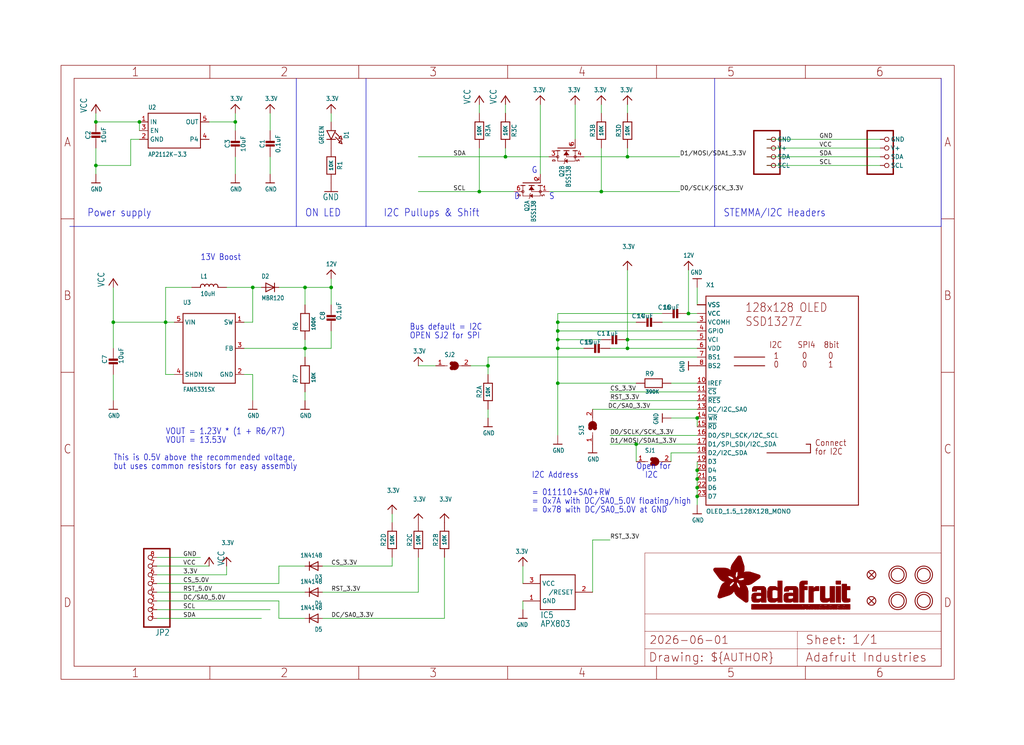
<source format=kicad_sch>
(kicad_sch (version 20230121) (generator eeschema)
  (paper "User" 298.45 217.322)
  (lib_symbols
    (symbol "working-eagle-import:12V" (power)
      (property "Value" "12V" (at -1.524 1.016 0))
      (symbol "12V_1_0"
        (pin power_in line (at 0 -2.54 90) (length 2.54) (name "12V") (number "1"))
      )
    )
    (symbol "working-eagle-import:3.3V" (power)
      (property "Value" "3.3V" (at -1.524 1.016 0))
      (symbol "3.3V_1_0"
        (pin power_in line (at 0 -2.54 90) (length 2.54) (name "3.3V") (number "1"))
      )
    )
    (symbol "working-eagle-import:AXP083-SAG"
      (property "Reference" "IC" (at -5.08 -7.62 0))
      (symbol "AXP083-SAG_1_0"
        (pin power_in line (at -10.16 -2.54 0) (length 5.08) (name "GND") (number "1"))
        (pin output line (at 10.16 0 180) (length 5.08) (name "/RESET") (number "2"))
        (pin power_in line (at -10.16 2.54 0) (length 5.08) (name "VCC") (number "3"))
      )
    )
    (symbol "working-eagle-import:CAP_CERAMIC0603_NO"
      (property "Reference" "C" (at -2.29 1.25 90))
      (symbol "CAP_CERAMIC0603_NO_1_0"
        (pin passive line (at 0 5.08 270) (length 2.54) (name "1") (number "1"))
        (pin passive line (at 0 -2.54 90) (length 2.54) (name "2") (number "2"))
      )
    )
    (symbol "working-eagle-import:CAP_CERAMIC0805-NOOUTLINE"
      (property "Reference" "C" (at -2.29 1.25 90))
      (symbol "CAP_CERAMIC0805-NOOUTLINE_1_0"
        (pin passive line (at 0 5.08 270) (length 2.54) (name "1") (number "1"))
        (pin passive line (at 0 -2.54 90) (length 2.54) (name "2") (number "2"))
      )
    )
    (symbol "working-eagle-import:DIODESOD-123"
      (property "Reference" "D" (at 0 2.54 0))
      (symbol "DIODESOD-123_1_0"
        (pin passive line (at -2.54 0 0) (length 2.54) (name "A") (number "A"))
        (pin passive line (at 2.54 0 180) (length 2.54) (name "C") (number "C"))
      )
    )
    (symbol "working-eagle-import:DIODESOD-323"
      (property "Reference" "D" (at 0 2.54 0))
      (symbol "DIODESOD-323_1_0"
        (pin passive line (at -2.54 0 0) (length 2.54) (name "A") (number "A"))
        (pin passive line (at 2.54 0 180) (length 2.54) (name "C") (number "C"))
      )
    )
    (symbol "working-eagle-import:FAN5331"
      (property "Reference" "U" (at -7.62 12.7 0))
      (symbol "FAN5331_1_0"
        (pin bidirectional line (at 10.16 7.62 180) (length 2.54) (name "SW") (number "1"))
        (pin bidirectional line (at 10.16 -7.62 180) (length 2.54) (name "GND") (number "2"))
        (pin bidirectional line (at 10.16 0 180) (length 2.54) (name "FB") (number "3"))
        (pin bidirectional line (at -10.16 -7.62 0) (length 2.54) (name "SHDN") (number "4"))
        (pin bidirectional line (at -10.16 7.62 0) (length 2.54) (name "VIN") (number "5"))
      )
    )
    (symbol "working-eagle-import:FIDUCIAL_1MM")
    (symbol "working-eagle-import:FRAME_A4_ADAFRUIT"
      (symbol "FRAME_A4_ADAFRUIT_1_0"
        (text "${#}/${##}" (at 230.505 10.16 0) (effects (font (size 2.54 2.54)) (justify left bottom)))
        (text "${AUTHOR}" (at 189.23 5.08 0) (effects (font (size 2.286 2.286)) (justify left bottom)))
        (text "${CURRENT_DATE}" (at 171.45 10.16 0) (effects (font (size 2.286 2.286)) (justify left bottom)))
        (text "${PROJECTNAME}" (at 171.45 15.24 0) (effects (font (size 2.54 2.54)) (justify left bottom)))
        (text "1" (at 21.6958 1.905 0) (effects (font (size 2.54 2.286))))
        (text "1" (at 21.6958 177.165 0) (effects (font (size 2.54 2.286))))
        (text "2" (at 65.0875 1.905 0) (effects (font (size 2.54 2.286))))
        (text "2" (at 65.0875 177.165 0) (effects (font (size 2.54 2.286))))
        (text "3" (at 108.4792 1.905 0) (effects (font (size 2.54 2.286))))
        (text "3" (at 108.4792 177.165 0) (effects (font (size 2.54 2.286))))
        (text "4" (at 151.8708 1.905 0) (effects (font (size 2.54 2.286))))
        (text "4" (at 151.8708 177.165 0) (effects (font (size 2.54 2.286))))
        (text "5" (at 195.2625 1.905 0) (effects (font (size 2.54 2.286))))
        (text "5" (at 195.2625 177.165 0) (effects (font (size 2.54 2.286))))
        (text "6" (at 238.6542 1.905 0) (effects (font (size 2.54 2.286))))
        (text "6" (at 238.6542 177.165 0) (effects (font (size 2.54 2.286))))
        (text "A" (at 1.905 156.6863 0) (effects (font (size 2.54 2.286))))
        (text "A" (at 258.445 156.6863 0) (effects (font (size 2.54 2.286))))
        (text "Adafruit Industries" (at 216.916 4.953 0) (effects (font (size 2.54 2.54)) (justify left bottom)))
        (text "B" (at 1.905 111.9188 0) (effects (font (size 2.54 2.286))))
        (text "B" (at 258.445 111.9188 0) (effects (font (size 2.54 2.286))))
        (text "C" (at 1.905 67.1513 0) (effects (font (size 2.54 2.286))))
        (text "C" (at 258.445 67.1513 0) (effects (font (size 2.54 2.286))))
        (text "D" (at 1.905 22.3838 0) (effects (font (size 2.54 2.286))))
        (text "D" (at 258.445 22.3838 0) (effects (font (size 2.54 2.286))))
        (text "Drawing:" (at 171.196 4.953 0) (effects (font (size 2.54 2.54)) (justify left bottom)))
        (text "Sheet:" (at 216.916 10.033 0) (effects (font (size 2.54 2.54)) (justify left bottom)))
      )
    )
    (symbol "working-eagle-import:GND" (power)
      (property "Value" "GND" (at -1.524 -2.54 0))
      (symbol "GND_1_0"
        (pin power_in line (at 0 2.54 270) (length 2.54) (name "GND") (number "1"))
      )
    )
    (symbol "working-eagle-import:HEADER-1X870MIL"
      (property "Reference" "JP" (at -6.35 13.335 0))
      (symbol "HEADER-1X870MIL_1_0"
        (pin passive inverted (at -2.54 10.16 0) (length 2.54) (name "1") (number "1"))
        (pin passive inverted (at -2.54 7.62 0) (length 2.54) (name "2") (number "2"))
        (pin passive inverted (at -2.54 5.08 0) (length 2.54) (name "3") (number "3"))
        (pin passive inverted (at -2.54 2.54 0) (length 2.54) (name "4") (number "4"))
        (pin passive inverted (at -2.54 0 0) (length 2.54) (name "5") (number "5"))
        (pin passive inverted (at -2.54 -2.54 0) (length 2.54) (name "6") (number "6"))
        (pin passive inverted (at -2.54 -5.08 0) (length 2.54) (name "7") (number "7"))
        (pin passive inverted (at -2.54 -7.62 0) (length 2.54) (name "8") (number "8"))
      )
    )
    (symbol "working-eagle-import:INDUCTOR"
      (property "Reference" "L" (at 0 2.54 0))
      (symbol "INDUCTOR_1_0"
        (pin passive line (at -5.08 0 0) (length 2.54) (name "1") (number "P$1"))
        (pin passive line (at 5.08 0 180) (length 2.54) (name "2") (number "P$2"))
      )
    )
    (symbol "working-eagle-import:LED0603_NOOUTLINE"
      (property "Reference" "D" (at -1.27 4.445 0))
      (symbol "LED0603_NOOUTLINE_1_0"
        (pin passive line (at -5.08 0 0) (length 2.54) (name "A") (number "A"))
        (pin passive line (at 2.54 0 180) (length 2.54) (name "C") (number "C"))
      )
    )
    (symbol "working-eagle-import:MOSFET-N_DUAL"
      (property "Reference" "Q" (at 5.08 0.635 0))
      (symbol "MOSFET-N_DUAL_1_0"
        (text "D" (at 3.175 3.175 0) (effects (font (size 0.8128 0.6908)) (justify left bottom)))
        (text "G" (at -1.27 -1.905 0) (effects (font (size 0.8128 0.6908)) (justify left bottom)))
        (text "S" (at 3.175 -3.81 0) (effects (font (size 0.8128 0.6908)) (justify left bottom)))
        (pin bidirectional line (at 2.54 -5.08 90) (length 2.54) (name "S") (number "1"))
        (pin bidirectional line (at -2.54 -2.54 0) (length 2.54) (name "G") (number "2"))
        (pin bidirectional line (at 2.54 5.08 270) (length 2.54) (name "D") (number "6"))
      )
      (symbol "MOSFET-N_DUAL_2_0"
        (text "D" (at 3.175 3.175 0) (effects (font (size 0.8128 0.6908)) (justify left bottom)))
        (text "G" (at -1.27 -1.905 0) (effects (font (size 0.8128 0.6908)) (justify left bottom)))
        (text "S" (at 3.175 -3.81 0) (effects (font (size 0.8128 0.6908)) (justify left bottom)))
        (pin bidirectional line (at 2.54 5.08 270) (length 2.54) (name "D") (number "3"))
        (pin bidirectional line (at 2.54 -5.08 90) (length 2.54) (name "S") (number "4"))
        (pin bidirectional line (at -2.54 -2.54 0) (length 2.54) (name "G") (number "5"))
      )
    )
    (symbol "working-eagle-import:MOUNTINGHOLE2.5")
    (symbol "working-eagle-import:OLED_1.5_128X128_MONO"
      (property "Reference" "X" (at -20.32 27.94 0))
      (symbol "OLED_1.5_128X128_MONO_1_0"
        (text "0" (at -0.635 4.445 0) (effects (font (size 1.778 1.5113)) (justify left bottom)))
        (text "0" (at 7.62 4.445 0) (effects (font (size 1.778 1.5113)) (justify left bottom)))
        (text "0" (at 7.62 6.985 0) (effects (font (size 1.778 1.5113)) (justify left bottom)))
        (text "0" (at 15.24 6.985 0) (effects (font (size 1.778 1.5113)) (justify left bottom)))
        (text "1" (at -0.635 6.985 0) (effects (font (size 1.778 1.5113)) (justify left bottom)))
        (text "1" (at 15.24 4.445 0) (effects (font (size 1.778 1.5113)) (justify left bottom)))
        (text "128x128 OLED\nSSD1327Z" (at -8.89 16.51 0) (effects (font (size 2.54 2.159)) (justify left bottom)))
        (text "8bit" (at 13.97 10.16 0) (effects (font (size 1.778 1.5113)) (justify left bottom)))
        (text "Connect" (at 11.43 -18.415 0) (effects (font (size 1.778 1.5113)) (justify left bottom)))
        (text "for I2C" (at 11.43 -20.955 0) (effects (font (size 1.778 1.5113)) (justify left bottom)))
        (text "I2C" (at -1.905 10.16 0) (effects (font (size 1.778 1.5113)) (justify left bottom)))
        (text "SPI4" (at 6.35 10.16 0) (effects (font (size 1.778 1.5113)) (justify left bottom)))
        (pin power_in line (at -22.86 22.86 0) (length 2.54) (name "VSS") (number "1"))
        (pin input line (at -22.86 0 0) (length 2.54) (name "IREF") (number "10"))
        (pin input line (at -22.86 -2.54 0) (length 2.54) (name "~{CS}") (number "11"))
        (pin input line (at -22.86 -5.08 0) (length 2.54) (name "~{RES}") (number "12"))
        (pin input line (at -22.86 -7.62 0) (length 2.54) (name "DC/I2C_SA0") (number "13"))
        (pin input line (at -22.86 -10.16 0) (length 2.54) (name "~{WR}") (number "14"))
        (pin input line (at -22.86 -12.7 0) (length 2.54) (name "~{RD}") (number "15"))
        (pin bidirectional line (at -22.86 -15.24 0) (length 2.54) (name "D0/SPI_SCK/I2C_SCL") (number "16"))
        (pin bidirectional line (at -22.86 -17.78 0) (length 2.54) (name "D1/SPI_SDI/I2C_SDA") (number "17"))
        (pin bidirectional line (at -22.86 -20.32 0) (length 2.54) (name "D2/I2C_SDA") (number "18"))
        (pin bidirectional line (at -22.86 -22.86 0) (length 2.54) (name "D3") (number "19"))
        (pin power_in line (at -22.86 20.32 0) (length 2.54) (name "VCC") (number "2"))
        (pin bidirectional line (at -22.86 -25.4 0) (length 2.54) (name "D4") (number "20"))
        (pin bidirectional line (at -22.86 -27.94 0) (length 2.54) (name "D5") (number "21"))
        (pin bidirectional line (at -22.86 -30.48 0) (length 2.54) (name "D6") (number "22"))
        (pin bidirectional line (at -22.86 -33.02 0) (length 2.54) (name "D7") (number "23"))
        (pin power_in line (at -22.86 20.32 0) (length 2.54) (name "VCC") (number "24"))
        (pin power_in line (at -22.86 22.86 0) (length 2.54) (name "VSS") (number "25"))
        (pin output line (at -22.86 17.78 0) (length 2.54) (name "VCOMH") (number "3"))
        (pin input line (at -22.86 15.24 0) (length 2.54) (name "GPIO") (number "4"))
        (pin power_in line (at -22.86 12.7 0) (length 2.54) (name "VCI") (number "5"))
        (pin power_in line (at -22.86 10.16 0) (length 2.54) (name "VDD") (number "6"))
        (pin input line (at -22.86 7.62 0) (length 2.54) (name "BS1") (number "7"))
        (pin input line (at -22.86 5.08 0) (length 2.54) (name "BS2") (number "8"))
        (pin power_in line (at -22.86 22.86 0) (length 2.54) (name "VSS") (number "9"))
      )
    )
    (symbol "working-eagle-import:RESISTOR_0603_NOOUT"
      (property "Reference" "R" (at 0 2.54 0))
      (symbol "RESISTOR_0603_NOOUT_1_0"
        (pin passive line (at -5.08 0 0) (length 2.54) (name "1") (number "1"))
        (pin passive line (at 5.08 0 180) (length 2.54) (name "2") (number "2"))
      )
    )
    (symbol "working-eagle-import:RESISTOR_4PACK"
      (property "Reference" "R" (at 0 2.54 0))
      (symbol "RESISTOR_4PACK_1_0"
        (pin passive line (at -5.08 0 0) (length 2.54) (name "1") (number "1"))
        (pin passive line (at 5.08 0 180) (length 2.54) (name "2") (number "8"))
      )
      (symbol "RESISTOR_4PACK_2_0"
        (pin passive line (at -5.08 0 0) (length 2.54) (name "1") (number "2"))
        (pin passive line (at 5.08 0 180) (length 2.54) (name "2") (number "7"))
      )
      (symbol "RESISTOR_4PACK_3_0"
        (pin passive line (at -5.08 0 0) (length 2.54) (name "1") (number "3"))
        (pin passive line (at 5.08 0 180) (length 2.54) (name "2") (number "6"))
      )
      (symbol "RESISTOR_4PACK_4_0"
        (pin passive line (at -5.08 0 0) (length 2.54) (name "1") (number "4"))
        (pin passive line (at 5.08 0 180) (length 2.54) (name "2") (number "5"))
      )
    )
    (symbol "working-eagle-import:SOLDERJUMPER"
      (property "Reference" "SJ" (at -2.54 2.54 0))
      (symbol "SOLDERJUMPER_1_0"
        (pin passive line (at -5.08 0 0) (length 2.54) (name "1") (number "1"))
        (pin passive line (at 5.08 0 180) (length 2.54) (name "2") (number "2"))
      )
    )
    (symbol "working-eagle-import:SOLDERJUMPERCLOSED"
      (property "Reference" "SJ" (at -2.54 2.54 0))
      (symbol "SOLDERJUMPERCLOSED_1_0"
        (pin passive line (at -5.08 0 0) (length 2.54) (name "1") (number "1"))
        (pin passive line (at 5.08 0 180) (length 2.54) (name "2") (number "2"))
      )
    )
    (symbol "working-eagle-import:STEMMA_I2C_QT"
      (symbol "STEMMA_I2C_QT_1_0"
        (pin passive inverted (at 0 5.08 0) (length 2.54) (name "GND") (number "1"))
        (pin passive inverted (at 0 2.54 0) (length 2.54) (name "V+") (number "2"))
        (pin passive inverted (at 0 0 0) (length 2.54) (name "SDA") (number "3"))
        (pin passive inverted (at 0 -2.54 0) (length 2.54) (name "SCL") (number "4"))
      )
      (symbol "STEMMA_I2C_QT_2_0"
        (pin bidirectional line (at 0 0 0) (length 5.08) (name "MT") (number "MT1"))
      )
      (symbol "STEMMA_I2C_QT_3_0"
        (pin bidirectional line (at 0 0 0) (length 5.08) (name "MT") (number "MT2"))
      )
    )
    (symbol "working-eagle-import:VCC" (power)
      (property "Value" "VCC" (at -2.54 -2.54 90))
      (symbol "VCC_1_0"
        (pin power_in line (at 0 -2.54 90) (length 2.54) (name "VCC") (number "1"))
      )
    )
    (symbol "working-eagle-import:VREG_SOT23-5"
      (property "Reference" "U" (at -7.62 6.096 0))
      (symbol "VREG_SOT23-5_1_0"
        (pin power_in line (at -10.16 2.54 0) (length 2.54) (name "IN") (number "1"))
        (pin power_in line (at -10.16 -2.54 0) (length 2.54) (name "GND") (number "2"))
        (pin input line (at -10.16 0 0) (length 2.54) (name "EN") (number "3"))
        (pin bidirectional line (at 10.16 -2.54 180) (length 2.54) (name "P4") (number "4"))
        (pin power_in line (at 10.16 2.54 180) (length 2.54) (name "OUT") (number "5"))
      )
    )
    (symbol "working-eagle-import:supply1_GND" (power)
      (property "Value" "supply1_GND" (at -2.54 -2.54 0))
      (symbol "supply1_GND_1_0"
        (pin power_in line (at 0 2.54 270) (length 2.54) (name "GND") (number "1"))
      )
    )
  )
  (junction (at 27.94 48.26))
  (junction (at 182.88 45.72))
  (junction (at 203.2 137.16))
  (junction (at 200.66 91.44))
  (junction (at 203.2 144.78))
  (junction (at 203.2 139.7))
  (junction (at 88.9 101.6))
  (junction (at 162.56 96.52))
  (junction (at 182.88 99.06))
  (junction (at 147.32 45.72))
  (junction (at 203.2 142.24))
  (junction (at 96.52 83.82))
  (junction (at 48.26 93.98))
  (junction (at 162.56 111.76))
  (junction (at 40.64 35.56))
  (junction (at 68.58 35.56))
  (junction (at 88.9 83.82))
  (junction (at 162.56 99.06))
  (junction (at 175.26 55.88))
  (junction (at 142.24 106.68))
  (junction (at 162.56 101.6))
  (junction (at 73.66 83.82))
  (junction (at 162.56 93.98))
  (junction (at 203.2 121.92))
  (junction (at 182.88 101.6))
  (junction (at 185.42 129.54))
  (junction (at 27.94 35.56))
  (junction (at 33.02 93.98))
  (junction (at 139.7 55.88))
  (wire (pts (xy 175.26 55.88) (xy 198.12 55.88)) (stroke (width 0.1524)))
  (wire (pts (xy 182.88 78.74) (xy 182.88 99.06)) (stroke (width 0.1524)))
  (polyline (pts (xy 20.32 66.04) (xy 86.36 66.04)) (stroke (width 0.1524) (type solid)))
  (wire (pts (xy 203.2 127) (xy 177.8 127)) (stroke (width 0.1524)))
  (wire (pts (xy 45.72 177.8) (xy 78.74 177.8)) (stroke (width 0.1524)))
  (wire (pts (xy 203.2 99.06) (xy 182.88 99.06)) (stroke (width 0.1524)))
  (wire (pts (xy 162.56 99.06) (xy 162.56 101.6)) (stroke (width 0.1524)))
  (wire (pts (xy 139.7 30.48) (xy 139.7 33.02)) (stroke (width 0.1524)))
  (wire (pts (xy 68.58 35.56) (xy 68.58 38.1)) (stroke (width 0.1524)))
  (wire (pts (xy 172.72 157.48) (xy 177.8 157.48)) (stroke (width 0.1524)))
  (wire (pts (xy 68.58 35.56) (xy 68.58 33.02)) (stroke (width 0.1524)))
  (wire (pts (xy 147.32 45.72) (xy 121.92 45.72)) (stroke (width 0.1524)))
  (wire (pts (xy 71.12 101.6) (xy 88.9 101.6)) (stroke (width 0.1524)))
  (polyline (pts (xy 86.36 66.04) (xy 106.68 66.04)) (stroke (width 0.1524) (type solid)))
  (wire (pts (xy 96.52 35.56) (xy 96.52 33.02)) (stroke (width 0.1524)))
  (wire (pts (xy 38.1 40.64) (xy 38.1 48.26)) (stroke (width 0.1524)))
  (wire (pts (xy 45.72 180.34) (xy 76.2 180.34)) (stroke (width 0.1524)))
  (wire (pts (xy 170.18 101.6) (xy 162.56 101.6)) (stroke (width 0.1524)))
  (wire (pts (xy 45.72 172.72) (xy 88.9 172.72)) (stroke (width 0.1524)))
  (wire (pts (xy 203.2 121.92) (xy 203.2 124.46)) (stroke (width 0.1524)))
  (wire (pts (xy 175.26 33.02) (xy 175.26 30.48)) (stroke (width 0.1524)))
  (wire (pts (xy 147.32 33.02) (xy 147.32 30.48)) (stroke (width 0.1524)))
  (wire (pts (xy 33.02 109.22) (xy 33.02 116.84)) (stroke (width 0.1524)))
  (wire (pts (xy 33.02 93.98) (xy 33.02 83.82)) (stroke (width 0.1524)))
  (wire (pts (xy 81.28 83.82) (xy 88.9 83.82)) (stroke (width 0.1524)))
  (wire (pts (xy 162.56 96.52) (xy 162.56 99.06)) (stroke (width 0.1524)))
  (wire (pts (xy 170.18 45.72) (xy 182.88 45.72)) (stroke (width 0.1524)))
  (wire (pts (xy 88.9 114.3) (xy 88.9 116.84)) (stroke (width 0.1524)))
  (wire (pts (xy 129.54 180.34) (xy 129.54 162.56)) (stroke (width 0.1524)))
  (wire (pts (xy 73.66 93.98) (xy 71.12 93.98)) (stroke (width 0.1524)))
  (wire (pts (xy 152.4 170.18) (xy 152.4 165.1)) (stroke (width 0.1524)))
  (polyline (pts (xy 208.28 66.04) (xy 274.32 66.04)) (stroke (width 0.1524) (type solid)))
  (wire (pts (xy 182.88 101.6) (xy 182.88 99.06)) (stroke (width 0.1524)))
  (wire (pts (xy 40.64 40.64) (xy 38.1 40.64)) (stroke (width 0.1524)))
  (wire (pts (xy 66.04 83.82) (xy 73.66 83.82)) (stroke (width 0.1524)))
  (wire (pts (xy 203.2 91.44) (xy 200.66 91.44)) (stroke (width 0.1524)))
  (wire (pts (xy 149.86 55.88) (xy 139.7 55.88)) (stroke (width 0.1524)))
  (wire (pts (xy 142.24 104.14) (xy 142.24 106.68)) (stroke (width 0.1524)))
  (wire (pts (xy 200.66 78.74) (xy 200.66 91.44)) (stroke (width 0.1524)))
  (wire (pts (xy 182.88 45.72) (xy 198.12 45.72)) (stroke (width 0.1524)))
  (wire (pts (xy 45.72 167.64) (xy 66.04 167.64)) (stroke (width 0.1524)))
  (wire (pts (xy 71.12 109.22) (xy 73.66 109.22)) (stroke (width 0.1524)))
  (wire (pts (xy 203.2 129.54) (xy 185.42 129.54)) (stroke (width 0.1524)))
  (wire (pts (xy 175.26 99.06) (xy 162.56 99.06)) (stroke (width 0.1524)))
  (wire (pts (xy 160.02 45.72) (xy 147.32 45.72)) (stroke (width 0.1524)))
  (wire (pts (xy 73.66 109.22) (xy 73.66 116.84)) (stroke (width 0.1524)))
  (wire (pts (xy 81.28 165.1) (xy 88.9 165.1)) (stroke (width 0.1524)))
  (wire (pts (xy 256.54 40.64) (xy 223.52 40.64)) (stroke (width 0.1524)))
  (wire (pts (xy 48.26 109.22) (xy 48.26 93.98)) (stroke (width 0.1524)))
  (polyline (pts (xy 208.28 22.86) (xy 208.28 66.04)) (stroke (width 0.1524) (type solid)))
  (wire (pts (xy 203.2 139.7) (xy 203.2 142.24)) (stroke (width 0.1524)))
  (wire (pts (xy 203.2 132.08) (xy 195.58 132.08)) (stroke (width 0.1524)))
  (wire (pts (xy 182.88 33.02) (xy 182.88 30.48)) (stroke (width 0.1524)))
  (wire (pts (xy 40.64 35.56) (xy 27.94 35.56)) (stroke (width 0.1524)))
  (wire (pts (xy 157.48 50.8) (xy 157.48 30.48)) (stroke (width 0.1524)))
  (wire (pts (xy 93.98 180.34) (xy 129.54 180.34)) (stroke (width 0.1524)))
  (wire (pts (xy 203.2 88.9) (xy 203.2 83.82)) (stroke (width 0.1524)))
  (wire (pts (xy 203.2 134.62) (xy 203.2 137.16)) (stroke (width 0.1524)))
  (wire (pts (xy 48.26 83.82) (xy 55.88 83.82)) (stroke (width 0.1524)))
  (wire (pts (xy 81.28 170.18) (xy 81.28 165.1)) (stroke (width 0.1524)))
  (wire (pts (xy 88.9 101.6) (xy 96.52 101.6)) (stroke (width 0.1524)))
  (wire (pts (xy 96.52 81.28) (xy 96.52 83.82)) (stroke (width 0.1524)))
  (wire (pts (xy 162.56 93.98) (xy 162.56 91.44)) (stroke (width 0.1524)))
  (polyline (pts (xy 274.32 22.86) (xy 274.32 66.04)) (stroke (width 0.1524) (type solid)))
  (wire (pts (xy 45.72 170.18) (xy 81.28 170.18)) (stroke (width 0.1524)))
  (wire (pts (xy 162.56 101.6) (xy 162.56 111.76)) (stroke (width 0.1524)))
  (wire (pts (xy 203.2 111.76) (xy 195.58 111.76)) (stroke (width 0.1524)))
  (wire (pts (xy 172.72 172.72) (xy 172.72 157.48)) (stroke (width 0.1524)))
  (wire (pts (xy 60.96 35.56) (xy 68.58 35.56)) (stroke (width 0.1524)))
  (wire (pts (xy 167.64 40.64) (xy 167.64 30.48)) (stroke (width 0.1524)))
  (wire (pts (xy 114.3 149.86) (xy 114.3 152.4)) (stroke (width 0.1524)))
  (wire (pts (xy 203.2 119.38) (xy 172.72 119.38)) (stroke (width 0.1524)))
  (wire (pts (xy 185.42 134.62) (xy 185.42 129.54)) (stroke (width 0.1524)))
  (wire (pts (xy 66.04 167.64) (xy 66.04 165.1)) (stroke (width 0.1524)))
  (wire (pts (xy 223.52 43.18) (xy 256.54 43.18)) (stroke (width 0.1524)))
  (wire (pts (xy 203.2 142.24) (xy 203.2 144.78)) (stroke (width 0.1524)))
  (wire (pts (xy 93.98 172.72) (xy 121.92 172.72)) (stroke (width 0.1524)))
  (wire (pts (xy 45.72 165.1) (xy 60.96 165.1)) (stroke (width 0.1524)))
  (wire (pts (xy 88.9 104.14) (xy 88.9 101.6)) (stroke (width 0.1524)))
  (wire (pts (xy 33.02 93.98) (xy 33.02 101.6)) (stroke (width 0.1524)))
  (wire (pts (xy 93.98 165.1) (xy 114.3 165.1)) (stroke (width 0.1524)))
  (wire (pts (xy 223.52 48.26) (xy 256.54 48.26)) (stroke (width 0.1524)))
  (wire (pts (xy 78.74 45.72) (xy 78.74 50.8)) (stroke (width 0.1524)))
  (wire (pts (xy 142.24 121.92) (xy 142.24 119.38)) (stroke (width 0.1524)))
  (wire (pts (xy 162.56 111.76) (xy 185.42 111.76)) (stroke (width 0.1524)))
  (wire (pts (xy 96.52 88.9) (xy 96.52 83.82)) (stroke (width 0.1524)))
  (wire (pts (xy 175.26 43.18) (xy 175.26 55.88)) (stroke (width 0.1524)))
  (wire (pts (xy 73.66 83.82) (xy 73.66 93.98)) (stroke (width 0.1524)))
  (wire (pts (xy 73.66 83.82) (xy 76.2 83.82)) (stroke (width 0.1524)))
  (wire (pts (xy 50.8 93.98) (xy 48.26 93.98)) (stroke (width 0.1524)))
  (wire (pts (xy 81.28 180.34) (xy 88.9 180.34)) (stroke (width 0.1524)))
  (wire (pts (xy 48.26 93.98) (xy 48.26 83.82)) (stroke (width 0.1524)))
  (wire (pts (xy 114.3 165.1) (xy 114.3 162.56)) (stroke (width 0.1524)))
  (wire (pts (xy 50.8 109.22) (xy 48.26 109.22)) (stroke (width 0.1524)))
  (wire (pts (xy 139.7 55.88) (xy 121.92 55.88)) (stroke (width 0.1524)))
  (wire (pts (xy 68.58 45.72) (xy 68.58 50.8)) (stroke (width 0.1524)))
  (wire (pts (xy 203.2 137.16) (xy 203.2 139.7)) (stroke (width 0.1524)))
  (wire (pts (xy 142.24 104.14) (xy 203.2 104.14)) (stroke (width 0.1524)))
  (wire (pts (xy 162.56 111.76) (xy 162.56 127)) (stroke (width 0.1524)))
  (wire (pts (xy 142.24 106.68) (xy 142.24 109.22)) (stroke (width 0.1524)))
  (polyline (pts (xy 86.36 22.86) (xy 86.36 66.04)) (stroke (width 0.1524) (type solid)))
  (wire (pts (xy 40.64 38.1) (xy 40.64 35.56)) (stroke (width 0.1524)))
  (wire (pts (xy 88.9 83.82) (xy 96.52 83.82)) (stroke (width 0.1524)))
  (wire (pts (xy 152.4 175.26) (xy 152.4 177.8)) (stroke (width 0.1524)))
  (wire (pts (xy 38.1 48.26) (xy 27.94 48.26)) (stroke (width 0.1524)))
  (wire (pts (xy 48.26 93.98) (xy 33.02 93.98)) (stroke (width 0.1524)))
  (wire (pts (xy 147.32 43.18) (xy 147.32 45.72)) (stroke (width 0.1524)))
  (wire (pts (xy 121.92 172.72) (xy 121.92 162.56)) (stroke (width 0.1524)))
  (wire (pts (xy 203.2 114.3) (xy 177.8 114.3)) (stroke (width 0.1524)))
  (wire (pts (xy 81.28 175.26) (xy 81.28 180.34)) (stroke (width 0.1524)))
  (wire (pts (xy 203.2 101.6) (xy 182.88 101.6)) (stroke (width 0.1524)))
  (wire (pts (xy 195.58 132.08) (xy 195.58 134.62)) (stroke (width 0.1524)))
  (wire (pts (xy 78.74 33.02) (xy 78.74 38.1)) (stroke (width 0.1524)))
  (wire (pts (xy 203.2 96.52) (xy 162.56 96.52)) (stroke (width 0.1524)))
  (wire (pts (xy 203.2 93.98) (xy 193.04 93.98)) (stroke (width 0.1524)))
  (wire (pts (xy 127 106.68) (xy 121.92 106.68)) (stroke (width 0.1524)))
  (wire (pts (xy 96.52 101.6) (xy 96.52 96.52)) (stroke (width 0.1524)))
  (wire (pts (xy 88.9 83.82) (xy 88.9 88.9)) (stroke (width 0.1524)))
  (wire (pts (xy 203.2 121.92) (xy 195.58 121.92)) (stroke (width 0.1524)))
  (wire (pts (xy 203.2 144.78) (xy 203.2 147.32)) (stroke (width 0.1524)))
  (wire (pts (xy 160.02 55.88) (xy 175.26 55.88)) (stroke (width 0.1524)))
  (polyline (pts (xy 106.68 22.86) (xy 106.68 66.04)) (stroke (width 0.1524) (type solid)))
  (wire (pts (xy 182.88 101.6) (xy 177.8 101.6)) (stroke (width 0.1524)))
  (wire (pts (xy 27.94 48.26) (xy 27.94 43.18)) (stroke (width 0.1524)))
  (wire (pts (xy 193.04 91.44) (xy 162.56 91.44)) (stroke (width 0.1524)))
  (wire (pts (xy 45.72 175.26) (xy 81.28 175.26)) (stroke (width 0.1524)))
  (wire (pts (xy 139.7 43.18) (xy 139.7 55.88)) (stroke (width 0.1524)))
  (wire (pts (xy 256.54 45.72) (xy 223.52 45.72)) (stroke (width 0.1524)))
  (wire (pts (xy 162.56 96.52) (xy 162.56 93.98)) (stroke (width 0.1524)))
  (wire (pts (xy 27.94 48.26) (xy 27.94 50.8)) (stroke (width 0.1524)))
  (wire (pts (xy 88.9 101.6) (xy 88.9 99.06)) (stroke (width 0.1524)))
  (wire (pts (xy 203.2 116.84) (xy 177.8 116.84)) (stroke (width 0.1524)))
  (wire (pts (xy 137.16 106.68) (xy 142.24 106.68)) (stroke (width 0.1524)))
  (polyline (pts (xy 106.68 66.04) (xy 208.28 66.04)) (stroke (width 0.1524) (type solid)))
  (wire (pts (xy 27.94 33.02) (xy 27.94 35.56)) (stroke (width 0.1524)))
  (wire (pts (xy 45.72 162.56) (xy 58.42 162.56)) (stroke (width 0.1524)))
  (wire (pts (xy 182.88 43.18) (xy 182.88 45.72)) (stroke (width 0.1524)))
  (wire (pts (xy 185.42 129.54) (xy 177.8 129.54)) (stroke (width 0.1524)))
  (wire (pts (xy 185.42 93.98) (xy 162.56 93.98)) (stroke (width 0.1524)))
  (text "I2C" (at 187.96 139.7 0) (effects (font (size 1.778 1.5113)) (justify left bottom)))
  (text "Open for" (at 185.42 137.16 0) (effects (font (size 1.778 1.5113)) (justify left bottom)))
  (text "= 0x7A with DC/SA0_5.0V floating/high" (at 154.94 147.32 0) (effects (font (size 1.778 1.5113)) (justify left bottom)))
  (text "This is 0.5V above the recommended voltage," (at 33.02 134.62 0) (effects (font (size 1.778 1.5113)) (justify left bottom)))
  (text "G" (at 154.94 50.8 0) (effects (font (size 1.778 1.5113)) (justify left bottom)))
  (text "ON LED" (at 88.9 63.5 0) (effects (font (size 2.1844 1.8567)) (justify left bottom)))
  (text "but uses common resistors for easy assembly" (at 33.02 137.16 0) (effects (font (size 1.778 1.5113)) (justify left bottom)))
  (text "I2C Pullups & Shift" (at 111.76 63.5 0) (effects (font (size 2.1844 1.8567)) (justify left bottom)))
  (text "= 011110+SA0+RW" (at 154.94 144.78 0) (effects (font (size 1.778 1.5113)) (justify left bottom)))
  (text "= 0x78 with DC/SA0_5.0V at GND" (at 154.94 149.86 0) (effects (font (size 1.778 1.5113)) (justify left bottom)))
  (text "Bus default = I2C" (at 119.38 96.52 0) (effects (font (size 1.778 1.5113)) (justify left bottom)))
  (text "13V Boost" (at 58.42 76.2 0) (effects (font (size 1.778 1.5113)) (justify left bottom)))
  (text "S" (at 160.02 58.42 0) (effects (font (size 1.778 1.5113)) (justify left bottom)))
  (text "OPEN SJ2 for SPI" (at 119.38 99.06 0) (effects (font (size 1.778 1.5113)) (justify left bottom)))
  (text "D" (at 149.86 58.42 0) (effects (font (size 1.778 1.5113)) (justify left bottom)))
  (text "STEMMA/I2C Headers" (at 210.82 63.5 0) (effects (font (size 2.1844 1.8567)) (justify left bottom)))
  (text "VOUT = 13.53V" (at 48.26 129.54 0) (effects (font (size 1.778 1.5113)) (justify left bottom)))
  (text "I2C Address" (at 154.94 139.7 0) (effects (font (size 1.778 1.5113)) (justify left bottom)))
  (text "Power supply" (at 25.4 63.5 0) (effects (font (size 2.1844 1.8567)) (justify left bottom)))
  (text "VOUT = 1.23V * (1 + R6/R7)" (at 48.26 127 0) (effects (font (size 1.778 1.5113)) (justify left bottom)))
  (label "DC/SA0_3.3V" (at 96.52 180.34 0) (effects (font (size 1.2446 1.2446))))
  (label "D1/MOSI/SDA1_3.3V" (at 177.8 129.54 0) (effects (font (size 1.2446 1.2446))))
  (label "3.3V" (at 53.34 167.64 0) (effects (font (size 1.2446 1.2446))))
  (label "D1/MOSI/SDA1_3.3V" (at 198.12 45.72 0) (effects (font (size 1.2446 1.2446))))
  (label "SCL" (at 53.34 177.8 0) (effects (font (size 1.2446 1.2446))))
  (label "DC/SA0_5.0V" (at 53.34 175.26 0) (effects (font (size 1.2446 1.2446))))
  (label "GND" (at 53.34 162.56 0) (effects (font (size 1.2446 1.2446))))
  (label "CS_3.3V" (at 177.8 114.3 0) (effects (font (size 1.2446 1.2446))))
  (label "D0/SCLK/SCK_3.3V" (at 177.8 127 0) (effects (font (size 1.2446 1.2446))))
  (label "SDA" (at 238.76 45.72 0) (effects (font (size 1.2446 1.2446))))
  (label "SDA" (at 53.34 180.34 0) (effects (font (size 1.2446 1.2446))))
  (label "RST_3.3V" (at 96.52 172.72 0) (effects (font (size 1.2446 1.2446))))
  (label "RST_3.3V" (at 177.8 157.48 0) (effects (font (size 1.2446 1.2446))))
  (label "D0/SCLK/SCK_3.3V" (at 198.12 55.88 0) (effects (font (size 1.2446 1.2446))))
  (label "RST_5.0V" (at 53.34 172.72 0) (effects (font (size 1.2446 1.2446))))
  (label "CS_3.3V" (at 96.52 165.1 0) (effects (font (size 1.2446 1.2446))))
  (label "SCL" (at 238.76 48.26 0) (effects (font (size 1.2446 1.2446))))
  (label "SDA" (at 132.08 45.72 0) (effects (font (size 1.2446 1.2446))))
  (label "VCC" (at 53.34 165.1 0) (effects (font (size 1.2446 1.2446))))
  (label "CS_5.0V" (at 53.34 170.18 0) (effects (font (size 1.2446 1.2446))))
  (label "VCC" (at 238.76 43.18 0) (effects (font (size 1.2446 1.2446))))
  (label "GND" (at 238.76 40.64 0) (effects (font (size 1.2446 1.2446))))
  (label "DC/SA0_3.3V" (at 177.165 119.38 0) (effects (font (size 1.2446 1.2446))))
  (label "SCL" (at 132.08 55.88 0) (effects (font (size 1.2446 1.2446))))
  (label "RST_3.3V" (at 177.8 116.84 0) (effects (font (size 1.2446 1.2446))))
  (symbol (lib_id "working-eagle-import:DIODESOD-323") (at 91.44 172.72 180) (unit 1)
    (property "Reference" "D4" (at 93.98 175.26 0) (effects (font (size 1.27 1.0795)) (justify left bottom)))
    (property "Value" "1N4148" (at 93.98 168.91 0) (effects (font (size 1.27 1.0795)) (justify left bottom)))
    (property "Footprint" "working:SOD-323" (effects hide))
  )
  (symbol (lib_id "working-eagle-import:RESISTOR_0603_NOOUT") (at 96.52 48.26 270) (unit 1)
    (property "Reference" "R1" (at 99.06 48.26 0))
    (property "Value" "10K" (at 96.52 48.26 0) (effects (font (size 1.016 1.016) bold)))
    (property "Footprint" "working:0603-NO" (effects hide))
  )
  (symbol (lib_id "working-eagle-import:LED0603_NOOUTLINE") (at 96.52 40.64 270) (unit 1)
    (property "Reference" "D1" (at 100.965 39.37 0) (effects (font (size 1.27 1.0795))))
    (property "Value" "GREEN" (at 93.726 39.37 0) (effects (font (size 1.27 1.0795))))
    (property "Footprint" "working:CHIPLED_0603_NOOUTLINE" (effects hide))
  )
  (symbol (lib_id "working-eagle-import:OLED_1.5_128X128_MONO") (at 226.06 111.76 0) (unit 1)
    (property "Reference" "X1" (at 205.74 83.82 0) (effects (justify left bottom)))
    (property "Value" "OLED_1.5_128X128_MONO" (at 205.74 149.86 0) (effects (justify left bottom)))
    (property "Footprint" "working:OLED_1.5IN_128X128MONO" (effects hide))
  )
  (symbol (lib_id "working-eagle-import:AXP083-SAG") (at 162.56 172.72 0) (unit 1)
    (property "Reference" "IC5" (at 157.48 180.34 0) (effects (font (size 1.778 1.5113)) (justify left bottom)))
    (property "Value" "APX803" (at 157.48 182.88 0) (effects (font (size 1.778 1.5113)) (justify left bottom)))
    (property "Footprint" "working:SOT23" (effects hide))
  )
  (symbol (lib_id "working-eagle-import:RESISTOR_4PACK") (at 121.92 157.48 90) (unit 3)
    (property "Reference" "R2" (at 119.38 157.48 0))
    (property "Value" "10K" (at 121.92 157.48 0) (effects (font (size 1.016 1.016) bold)))
    (property "Footprint" "working:RESPACK_4X0603" (effects hide))
  )
  (symbol (lib_id "working-eagle-import:VCC") (at 33.02 81.28 0) (unit 1)
    (property "Reference" "#P+5" (effects hide))
    (property "Value" "VCC" (at 30.48 83.82 90) (effects (font (size 1.778 1.5113)) (justify left bottom)))
  )
  (symbol (lib_id "working-eagle-import:RESISTOR_4PACK") (at 147.32 38.1 270) (unit 3)
    (property "Reference" "R3" (at 149.86 38.1 0))
    (property "Value" "10K" (at 147.32 38.1 0) (effects (font (size 1.016 1.016) bold)))
    (property "Footprint" "working:RESPACK_4X0603" (effects hide))
  )
  (symbol (lib_id "working-eagle-import:3.3V") (at 68.58 30.48 0) (unit 1)
    (property "Reference" "#U$15" (effects hide))
    (property "Value" "3.3V" (at 67.056 29.464 0) (effects (font (size 1.27 1.0795)) (justify left bottom)))
  )
  (symbol (lib_id "working-eagle-import:3.3V") (at 66.04 162.56 0) (unit 1)
    (property "Reference" "#U$36" (effects hide))
    (property "Value" "3.3V" (at 64.516 159.004 0) (effects (font (size 1.27 1.0795)) (justify left bottom)))
  )
  (symbol (lib_id "working-eagle-import:GND") (at 142.24 124.46 0) (unit 1)
    (property "Reference" "#U$27" (effects hide))
    (property "Value" "GND" (at 140.716 127 0) (effects (font (size 1.27 1.0795)) (justify left bottom)))
  )
  (symbol (lib_id "working-eagle-import:GND") (at 78.74 53.34 0) (unit 1)
    (property "Reference" "#U$6" (effects hide))
    (property "Value" "GND" (at 77.216 55.88 0) (effects (font (size 1.27 1.0795)) (justify left bottom)))
  )
  (symbol (lib_id "working-eagle-import:CAP_CERAMIC0805-NOOUTLINE") (at 198.12 91.44 90) (unit 1)
    (property "Reference" "C16" (at 195.58 88.9 90) (effects (justify left bottom)))
    (property "Value" "10uF" (at 198.12 88.9 90) (effects (justify left bottom)))
    (property "Footprint" "working:0805-NO" (effects hide))
  )
  (symbol (lib_id "working-eagle-import:RESISTOR_4PACK") (at 175.26 38.1 90) (mirror x) (unit 2)
    (property "Reference" "R3" (at 172.72 38.1 0))
    (property "Value" "10K" (at 175.26 38.1 0) (effects (font (size 1.016 1.016) bold)))
    (property "Footprint" "working:RESPACK_4X0603" (effects hide))
  )
  (symbol (lib_id "working-eagle-import:MOSFET-N_DUAL") (at 154.94 53.34 90) (mirror x) (unit 1)
    (property "Reference" "Q2" (at 154.305 58.42 0) (effects (font (size 1.27 1.0795)) (justify left bottom)))
    (property "Value" "BSS138" (at 156.21 58.42 0) (effects (font (size 1.27 1.0795)) (justify left bottom)))
    (property "Footprint" "working:SOT363" (effects hide))
  )
  (symbol (lib_id "working-eagle-import:3.3V") (at 182.88 76.2 0) (unit 1)
    (property "Reference" "#U$46" (effects hide))
    (property "Value" "3.3V" (at 181.356 72.644 0) (effects (font (size 1.27 1.0795)) (justify left bottom)))
  )
  (symbol (lib_id "working-eagle-import:3.3V") (at 121.92 149.86 0) (unit 1)
    (property "Reference" "#U$38" (effects hide))
    (property "Value" "3.3V" (at 120.396 146.304 0) (effects (font (size 1.27 1.0795)) (justify left bottom)))
  )
  (symbol (lib_id "working-eagle-import:12V") (at 200.66 76.2 0) (unit 1)
    (property "Reference" "#U$9" (effects hide))
    (property "Value" "12V" (at 199.136 75.184 0) (effects (font (size 1.27 1.0795)) (justify left bottom)))
  )
  (symbol (lib_id "working-eagle-import:GND") (at 152.4 180.34 0) (mirror y) (unit 1)
    (property "Reference" "#U$2" (effects hide))
    (property "Value" "GND" (at 153.924 182.88 0) (effects (font (size 1.27 1.0795)) (justify left bottom)))
  )
  (symbol (lib_id "working-eagle-import:STEMMA_I2C_QT") (at 256.54 45.72 0) (unit 1)
    (property "Reference" "CONN4" (effects hide))
    (property "Value" "STEMMA_I2C_QT" (effects hide))
    (property "Footprint" "working:JST_SH4" (effects hide))
  )
  (symbol (lib_id "working-eagle-import:3.3V") (at 167.64 27.94 0) (mirror y) (unit 1)
    (property "Reference" "#U$23" (effects hide))
    (property "Value" "3.3V" (at 169.164 26.924 0) (effects (font (size 1.27 1.0795)) (justify left bottom)))
  )
  (symbol (lib_id "working-eagle-import:VCC") (at 27.94 30.48 0) (unit 1)
    (property "Reference" "#P+3" (effects hide))
    (property "Value" "VCC" (at 25.4 33.02 90) (effects (font (size 1.778 1.5113)) (justify left bottom)))
  )
  (symbol (lib_id "working-eagle-import:CAP_CERAMIC0603_NO") (at 180.34 99.06 90) (unit 1)
    (property "Reference" "C17" (at 177.8 96.52 90) (effects (justify left bottom)))
    (property "Value" "1uF" (at 180.34 96.52 90) (effects (justify left bottom)))
    (property "Footprint" "working:0603-NO" (effects hide))
  )
  (symbol (lib_id "working-eagle-import:MOSFET-N_DUAL") (at 165.1 43.18 90) (mirror x) (unit 2)
    (property "Reference" "Q2" (at 164.465 48.26 0) (effects (font (size 1.27 1.0795)) (justify left bottom)))
    (property "Value" "BSS138" (at 166.37 48.26 0) (effects (font (size 1.27 1.0795)) (justify left bottom)))
    (property "Footprint" "working:SOT363" (effects hide))
  )
  (symbol (lib_id "working-eagle-import:SOLDERJUMPERCLOSED") (at 132.08 106.68 0) (unit 1)
    (property "Reference" "SJ2" (at 129.54 104.14 0) (effects (font (size 1.27 1.0795)) (justify left bottom)))
    (property "Value" "SOLDERJUMPERCLOSED" (effects hide))
    (property "Footprint" "working:SOLDERJUMPER_CLOSEDWIRE" (effects hide))
  )
  (symbol (lib_id "working-eagle-import:FIDUCIAL_1MM") (at 254 167.64 0) (unit 1)
    (property "Reference" "FID4" (effects hide))
    (property "Value" "FIDUCIAL_1MM" (effects hide))
    (property "Footprint" "working:FIDUCIAL_1MM" (effects hide))
  )
  (symbol (lib_id "working-eagle-import:RESISTOR_4PACK") (at 139.7 38.1 270) (unit 1)
    (property "Reference" "R3" (at 142.24 38.1 0))
    (property "Value" "10K" (at 139.7 38.1 0) (effects (font (size 1.016 1.016) bold)))
    (property "Footprint" "working:RESPACK_4X0603" (effects hide))
  )
  (symbol (lib_id "working-eagle-import:DIODESOD-323") (at 91.44 180.34 180) (unit 1)
    (property "Reference" "D5" (at 93.98 182.88 0) (effects (font (size 1.27 1.0795)) (justify left bottom)))
    (property "Value" "1N4148" (at 93.98 176.53 0) (effects (font (size 1.27 1.0795)) (justify left bottom)))
    (property "Footprint" "working:SOD-323" (effects hide))
  )
  (symbol (lib_id "working-eagle-import:RESISTOR_4PACK") (at 129.54 157.48 90) (unit 2)
    (property "Reference" "R2" (at 127 157.48 0))
    (property "Value" "10K" (at 129.54 157.48 0) (effects (font (size 1.016 1.016) bold)))
    (property "Footprint" "working:RESPACK_4X0603" (effects hide))
  )
  (symbol (lib_id "working-eagle-import:GND") (at 27.94 53.34 0) (unit 1)
    (property "Reference" "#U$13" (effects hide))
    (property "Value" "GND" (at 26.416 55.88 0) (effects (font (size 1.27 1.0795)) (justify left bottom)))
  )
  (symbol (lib_id "working-eagle-import:HEADER-1X870MIL") (at 43.18 170.18 180) (unit 1)
    (property "Reference" "JP2" (at 49.53 183.515 0) (effects (font (size 1.778 1.5113)) (justify left bottom)))
    (property "Value" "HEADER-1X870MIL" (effects hide))
    (property "Footprint" "working:1X08_ROUND_70" (effects hide))
  )
  (symbol (lib_id "working-eagle-import:MOUNTINGHOLE2.5") (at 269.24 175.26 0) (unit 1)
    (property "Reference" "U$21" (effects hide))
    (property "Value" "MOUNTINGHOLE2.5" (effects hide))
    (property "Footprint" "working:MOUNTINGHOLE_2.5_PLATED" (effects hide))
  )
  (symbol (lib_id "working-eagle-import:3.3V") (at 121.92 104.14 0) (unit 1)
    (property "Reference" "#U$30" (effects hide))
    (property "Value" "3.3V" (at 120.396 103.124 0) (effects (font (size 1.27 1.0795)) (justify left bottom)))
  )
  (symbol (lib_id "working-eagle-import:MOUNTINGHOLE2.5") (at 261.62 167.64 0) (unit 1)
    (property "Reference" "U$17" (effects hide))
    (property "Value" "MOUNTINGHOLE2.5" (effects hide))
    (property "Footprint" "working:MOUNTINGHOLE_2.5_PLATED" (effects hide))
  )
  (symbol (lib_id "working-eagle-import:3.3V") (at 152.4 162.56 0) (mirror y) (unit 1)
    (property "Reference" "#U$11" (effects hide))
    (property "Value" "3.3V" (at 153.924 161.544 0) (effects (font (size 1.27 1.0795)) (justify left bottom)))
  )
  (symbol (lib_id "working-eagle-import:GND") (at 68.58 53.34 0) (unit 1)
    (property "Reference" "#U$5" (effects hide))
    (property "Value" "GND" (at 67.056 55.88 0) (effects (font (size 1.27 1.0795)) (justify left bottom)))
  )
  (symbol (lib_id "working-eagle-import:FIDUCIAL_1MM") (at 254 175.26 0) (unit 1)
    (property "Reference" "FID3" (effects hide))
    (property "Value" "FIDUCIAL_1MM" (effects hide))
    (property "Footprint" "working:FIDUCIAL_1MM" (effects hide))
  )
  (symbol (lib_id "working-eagle-import:DIODESOD-123") (at 78.74 83.82 0) (unit 1)
    (property "Reference" "D2" (at 76.2 81.28 0) (effects (font (size 1.27 1.0795)) (justify left bottom)))
    (property "Value" "MBR120" (at 76.2 87.63 0) (effects (font (size 1.27 1.0795)) (justify left bottom)))
    (property "Footprint" "working:SOD-123" (effects hide))
  )
  (symbol (lib_id "working-eagle-import:MOUNTINGHOLE2.5") (at 269.24 167.64 0) (unit 1)
    (property "Reference" "U$19" (effects hide))
    (property "Value" "MOUNTINGHOLE2.5" (effects hide))
    (property "Footprint" "working:MOUNTINGHOLE_2.5_PLATED" (effects hide))
  )
  (symbol (lib_id "working-eagle-import:GND") (at 88.9 119.38 0) (unit 1)
    (property "Reference" "#U$22" (effects hide))
    (property "Value" "GND" (at 87.376 121.92 0) (effects (font (size 1.27 1.0795)) (justify left bottom)))
  )
  (symbol (lib_id "working-eagle-import:GND") (at 162.56 129.54 0) (unit 1)
    (property "Reference" "#U$45" (effects hide))
    (property "Value" "GND" (at 161.036 132.08 0) (effects (font (size 1.27 1.0795)) (justify left bottom)))
  )
  (symbol (lib_id "working-eagle-import:3.3V") (at 114.3 147.32 0) (unit 1)
    (property "Reference" "#U$37" (effects hide))
    (property "Value" "3.3V" (at 112.776 143.764 0) (effects (font (size 1.27 1.0795)) (justify left bottom)))
  )
  (symbol (lib_id "working-eagle-import:3.3V") (at 129.54 149.86 0) (unit 1)
    (property "Reference" "#U$39" (effects hide))
    (property "Value" "3.3V" (at 128.016 146.304 0) (effects (font (size 1.27 1.0795)) (justify left bottom)))
  )
  (symbol (lib_id "working-eagle-import:12V") (at 96.52 78.74 0) (unit 1)
    (property "Reference" "#U$32" (effects hide))
    (property "Value" "12V" (at 94.996 77.724 0) (effects (font (size 1.27 1.0795)) (justify left bottom)))
  )
  (symbol (lib_id "working-eagle-import:CAP_CERAMIC0805-NOOUTLINE") (at 190.5 93.98 90) (unit 1)
    (property "Reference" "C14" (at 187.96 91.44 90) (effects (justify left bottom)))
    (property "Value" "10uF" (at 190.5 91.44 90) (effects (justify left bottom)))
    (property "Footprint" "working:0805-NO" (effects hide))
  )
  (symbol (lib_id "working-eagle-import:GND") (at 73.66 119.38 0) (unit 1)
    (property "Reference" "#U$29" (effects hide))
    (property "Value" "GND" (at 72.136 121.92 0) (effects (font (size 1.27 1.0795)) (justify left bottom)))
  )
  (symbol (lib_id "working-eagle-import:GND") (at 193.04 121.92 270) (unit 1)
    (property "Reference" "#U$10" (effects hide))
    (property "Value" "GND" (at 190.5 120.396 0) (effects (font (size 1.27 1.0795)) (justify left bottom)))
  )
  (symbol (lib_id "working-eagle-import:DIODESOD-323") (at 91.44 165.1 180) (unit 1)
    (property "Reference" "D3" (at 93.98 167.64 0) (effects (font (size 1.27 1.0795)) (justify left bottom)))
    (property "Value" "1N4148" (at 93.98 161.29 0) (effects (font (size 1.27 1.0795)) (justify left bottom)))
    (property "Footprint" "working:SOD-323" (effects hide))
  )
  (symbol (lib_id "working-eagle-import:VREG_SOT23-5") (at 50.8 38.1 0) (unit 1)
    (property "Reference" "U2" (at 43.18 32.004 0) (effects (font (size 1.27 1.0795)) (justify left bottom)))
    (property "Value" "AP2112K-3.3" (at 43.18 45.72 0) (effects (font (size 1.27 1.0795)) (justify left bottom)))
    (property "Footprint" "working:SOT23-5" (effects hide))
  )
  (symbol (lib_id "working-eagle-import:GND") (at 203.2 149.86 0) (unit 1)
    (property "Reference" "#U$12" (effects hide))
    (property "Value" "GND" (at 201.676 152.4 0) (effects (font (size 1.27 1.0795)) (justify left bottom)))
  )
  (symbol (lib_id "working-eagle-import:VCC") (at 139.7 27.94 0) (unit 1)
    (property "Reference" "#P+1" (effects hide))
    (property "Value" "VCC" (at 137.16 30.48 90) (effects (font (size 1.778 1.5113)) (justify left bottom)))
  )
  (symbol (lib_id "working-eagle-import:RESISTOR_4PACK") (at 142.24 114.3 90) (unit 1)
    (property "Reference" "R2" (at 139.7 114.3 0))
    (property "Value" "10K" (at 142.24 114.3 0) (effects (font (size 1.016 1.016) bold)))
    (property "Footprint" "working:RESPACK_4X0603" (effects hide))
  )
  (symbol (lib_id "working-eagle-import:3.3V") (at 182.88 27.94 0) (mirror y) (unit 1)
    (property "Reference" "#U$7" (effects hide))
    (property "Value" "3.3V" (at 184.404 26.924 0) (effects (font (size 1.27 1.0795)) (justify left bottom)))
  )
  (symbol (lib_id "working-eagle-import:RESISTOR_4PACK") (at 182.88 38.1 90) (mirror x) (unit 4)
    (property "Reference" "R3" (at 180.34 38.1 0))
    (property "Value" "10K" (at 182.88 38.1 0) (effects (font (size 1.016 1.016) bold)))
    (property "Footprint" "working:RESPACK_4X0603" (effects hide))
  )
  (symbol (lib_id "working-eagle-import:VCC") (at 60.96 162.56 0) (mirror y) (unit 1)
    (property "Reference" "#P+4" (effects hide))
    (property "Value" "VCC" (at 63.5 165.1 90) (effects (font (size 1.778 1.5113)) (justify left bottom)))
  )
  (symbol (lib_id "working-eagle-import:RESISTOR_0603_NOOUT") (at 88.9 109.22 90) (unit 1)
    (property "Reference" "R7" (at 86.868 111.76 0) (effects (justify left bottom)))
    (property "Value" "10K" (at 92.075 111.76 0) (effects (font (size 1.016 1.016) bold) (justify left bottom)))
    (property "Footprint" "working:0603-NO" (effects hide))
  )
  (symbol (lib_id "working-eagle-import:3.3V") (at 96.52 30.48 0) (unit 1)
    (property "Reference" "#U$3" (effects hide))
    (property "Value" "3.3V" (at 94.996 29.464 0) (effects (font (size 1.27 1.0795)) (justify left bottom)))
  )
  (symbol (lib_id "working-eagle-import:VCC") (at 147.32 27.94 0) (unit 1)
    (property "Reference" "#P+2" (effects hide))
    (property "Value" "VCC" (at 144.78 30.48 90) (effects (font (size 1.778 1.5113)) (justify left bottom)))
  )
  (symbol (lib_id "working-eagle-import:CAP_CERAMIC0805-NOOUTLINE") (at 27.94 40.64 0) (unit 1)
    (property "Reference" "C2" (at 25.65 39.39 90))
    (property "Value" "10uF" (at 30.24 39.39 90))
    (property "Footprint" "working:0805-NO" (effects hide))
  )
  (symbol (lib_id "working-eagle-import:CAP_CERAMIC0805-NOOUTLINE") (at 175.26 101.6 90) (unit 1)
    (property "Reference" "C15" (at 172.72 99.06 90) (effects (justify left bottom)))
    (property "Value" "10uF" (at 175.26 99.06 90) (effects (justify left bottom)))
    (property "Footprint" "working:0805-NO" (effects hide))
  )
  (symbol (lib_id "working-eagle-import:GND") (at 172.72 132.08 0) (unit 1)
    (property "Reference" "#U$4" (effects hide))
    (property "Value" "GND" (at 171.196 134.62 0) (effects (font (size 1.27 1.0795)) (justify left bottom)))
  )
  (symbol (lib_id "working-eagle-import:FRAME_A4_ADAFRUIT") (at 17.78 198.12 0) (unit 1)
    (property "Reference" "#U$18" (effects hide))
    (property "Value" "FRAME_A4_ADAFRUIT" (effects hide))
  )
  (symbol (lib_id "working-eagle-import:STEMMA_I2C_QT") (at 223.52 45.72 0) (unit 1)
    (property "Reference" "CONN1" (effects hide))
    (property "Value" "STEMMA_I2C_QT" (effects hide))
    (property "Footprint" "working:JST_SH4" (effects hide))
  )
  (symbol (lib_id "working-eagle-import:CAP_CERAMIC0805-NOOUTLINE") (at 33.02 106.68 0) (unit 1)
    (property "Reference" "C7" (at 31.23 106.14 90) (effects (justify left bottom)))
    (property "Value" "10uF" (at 36.02 106.14 90) (effects (justify left bottom)))
    (property "Footprint" "working:0805-NO" (effects hide))
  )
  (symbol (lib_id "working-eagle-import:FAN5331") (at 60.96 101.6 0) (unit 1)
    (property "Reference" "U3" (at 53.34 88.9 0) (effects (font (size 1.27 1.0795)) (justify left bottom)))
    (property "Value" "FAN5331SX" (at 53.34 114.3 0) (effects (font (size 1.27 1.0795)) (justify left bottom)))
    (property "Footprint" "working:SOT23-5@1" (effects hide))
  )
  (symbol (lib_id "working-eagle-import:RESISTOR_4PACK") (at 114.3 157.48 90) (unit 4)
    (property "Reference" "R2" (at 111.76 157.48 0))
    (property "Value" "10K" (at 114.3 157.48 0) (effects (font (size 1.016 1.016) bold)))
    (property "Footprint" "working:RESPACK_4X0603" (effects hide))
  )
  (symbol (lib_id "working-eagle-import:3.3V") (at 175.26 27.94 0) (mirror y) (unit 1)
    (property "Reference" "#U$24" (effects hide))
    (property "Value" "3.3V" (at 176.784 26.924 0) (effects (font (size 1.27 1.0795)) (justify left bottom)))
  )
  (symbol (lib_id "working-eagle-import:CAP_CERAMIC0603_NO") (at 96.52 93.98 0) (unit 1)
    (property "Reference" "C8" (at 94.73 93.44 90) (effects (justify left bottom)))
    (property "Value" "0.1uF" (at 99.52 93.44 90) (effects (justify left bottom)))
    (property "Footprint" "working:0603-NO" (effects hide))
  )
  (symbol (lib_id "working-eagle-import:RESISTOR_0603_NOOUT") (at 190.5 111.76 0) (unit 1)
    (property "Reference" "R9" (at 187.96 109.728 0) (effects (justify left bottom)))
    (property "Value" "390K" (at 187.96 114.935 0) (effects (font (size 1.016 1.016) bold) (justify left bottom)))
    (property "Footprint" "working:0603-NO" (effects hide))
  )
  (symbol (lib_id "working-eagle-import:CAP_CERAMIC0805-NOOUTLINE") (at 68.58 43.18 0) (unit 1)
    (property "Reference" "C3" (at 66.29 41.93 90))
    (property "Value" "10uF" (at 70.88 41.93 90))
    (property "Footprint" "working:0805-NO" (effects hide))
  )
  (symbol (lib_id "working-eagle-import:GND") (at 203.2 81.28 180) (unit 1)
    (property "Reference" "#U$43" (effects hide))
    (property "Value" "GND" (at 204.724 78.74 0) (effects (font (size 1.27 1.0795)) (justify left bottom)))
  )
  (symbol (lib_id "working-eagle-import:3.3V") (at 157.48 27.94 0) (mirror y) (unit 1)
    (property "Reference" "#U$26" (effects hide))
    (property "Value" "3.3V" (at 159.004 26.924 0) (effects (font (size 1.27 1.0795)) (justify left bottom)))
  )
  (symbol (lib_id "working-eagle-import:3.3V") (at 78.74 30.48 0) (unit 1)
    (property "Reference" "#U$14" (effects hide))
    (property "Value" "3.3V" (at 77.216 29.464 0) (effects (font (size 1.27 1.0795)) (justify left bottom)))
  )
  (symbol (lib_id "working-eagle-import:INDUCTOR") (at 60.96 83.82 0) (unit 1)
    (property "Reference" "L1" (at 58.42 81.28 0) (effects (font (size 1.27 1.0795)) (justify left bottom)))
    (property "Value" "10uH" (at 58.42 86.36 0) (effects (font (size 1.27 1.0795)) (justify left bottom)))
    (property "Footprint" "working:INDUCTOR_1007" (effects hide))
  )
  (symbol (lib_id "working-eagle-import:GND") (at 200.66 106.68 270) (unit 1)
    (property "Reference" "#U$16" (effects hide))
    (property "Value" "GND" (at 198.12 105.156 0) (effects (font (size 1.27 1.0795)) (justify left bottom)))
  )
  (symbol (lib_id "working-eagle-import:GND") (at 33.02 119.38 0) (unit 1)
    (property "Reference" "#U$28" (effects hide))
    (property "Value" "GND" (at 31.496 121.92 0) (effects (font (size 1.27 1.0795)) (justify left bottom)))
  )
  (symbol (lib_id "working-eagle-import:SOLDERJUMPER") (at 172.72 124.46 90) (unit 1)
    (property "Reference" "SJ3" (at 170.18 127 0) (effects (font (size 1.27 1.0795)) (justify left bottom)))
    (property "Value" "SOLDERJUMPER" (effects hide))
    (property "Footprint" "working:SOLDERJUMPER_ARROW_NOPASTE" (effects hide))
  )
  (symbol (lib_id "working-eagle-import:RESISTOR_0603_NOOUT") (at 88.9 93.98 90) (unit 1)
    (property "Reference" "R6" (at 86.868 96.52 0) (effects (justify left bottom)))
    (property "Value" "100K" (at 92.075 96.52 0) (effects (font (size 1.016 1.016) bold) (justify left bottom)))
    (property "Footprint" "working:0603-NO" (effects hide))
  )
  (symbol (lib_id "working-eagle-import:SOLDERJUMPERCLOSED") (at 190.5 134.62 0) (unit 1)
    (property "Reference" "SJ1" (at 187.96 132.08 0) (effects (font (size 1.27 1.0795)) (justify left bottom)))
    (property "Value" "SOLDERJUMPERCLOSED" (effects hide))
    (property "Footprint" "working:SOLDERJUMPER_CLOSEDWIRE" (effects hide))
  )
  (symbol (lib_id "working-eagle-import:CAP_CERAMIC0603_NO") (at 78.74 43.18 0) (unit 1)
    (property "Reference" "C1" (at 76.45 41.93 90))
    (property "Value" "0.1uF" (at 81.04 41.93 90))
    (property "Footprint" "working:0603-NO" (effects hide))
  )
  (symbol (lib_id "working-eagle-import:supply1_GND") (at 96.52 55.88 0) (unit 1)
    (property "Reference" "#GND6" (effects hide))
    (property "Value" "GND" (at 93.98 58.42 0) (effects (font (size 1.778 1.5113)) (justify left bottom)))
  )
  (symbol (lib_id "working-eagle-import:MOUNTINGHOLE2.5") (at 261.62 175.26 0) (unit 1)
    (property "Reference" "U$1" (effects hide))
    (property "Value" "MOUNTINGHOLE2.5" (effects hide))
    (property "Footprint" "working:MOUNTINGHOLE_2.5_PLATED" (effects hide))
  )
)
</source>
